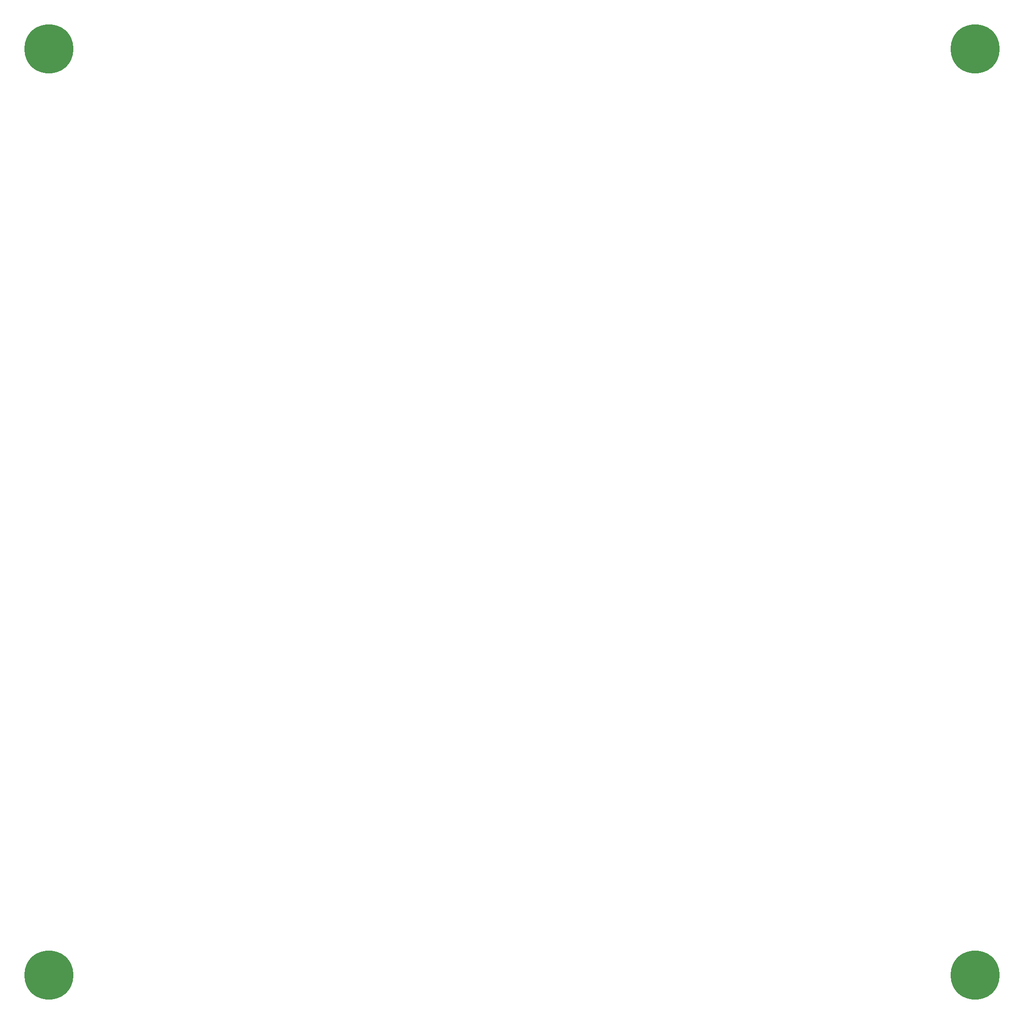
<source format=gbr>
G04 CAM350 Óà¹âÆ×¹¤×÷ÊÒºº»¯QQ:373423087 V9.5.1 (Build 211) Date:  Fri Oct 16 14:13:34 2020 *
G04 Database: c:\users\mloong\desktop\drawing1.cam *
G04 Layer 2: drl2.gbr *
%FSLAX25Y25*%
%MOMM*%
%SFA1.000B1.000*%

%MIA0B0*%
%IPPOS*%
%ADD20C,9.00000*%
%LNdrl2.gbr*%
%LPD*%
G54D20*
X84463498Y59402159D03*
X67463498D03*
X84463498Y76402159D03*
X67463498D03*
M02*

</source>
